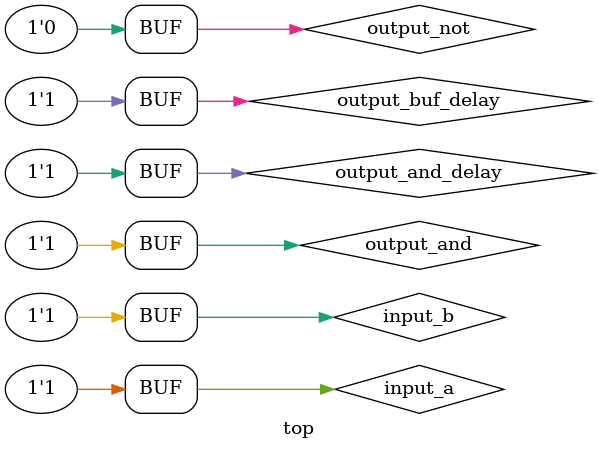
<source format=sv>
module top;
    reg input_a;
    reg input_b;

    wire output_and;
    wire output_and_delay;
    wire output_not;
    wire output_buf_delay;

    and (output_and, input_a, input_b);
    and #1 (output_and_delay, input_a, input_b);
    not (output_not, input_a);
    buf #2 foo_name (output_buf_delay, input_a);

    initial repeat(2) begin
        $monitor("%3d ", $time,
            input_a, input_b,
            output_and, output_and_delay,
            output_not, output_buf_delay);

        #1;
        #1; input_a = 1;
        #1; input_b = 0;
        #1; input_b = 1;
        #1;

        #1; input_a = 0;
        #1; input_b = 0;
        #1; input_a = 0;
        #1; input_b = 1;
        #1; input_a = 1;
        #1; input_b = 0;
        #1; input_a = 1;
        #1; input_b = 1;
        #1;
        #1;
        #1;
    end
endmodule

</source>
